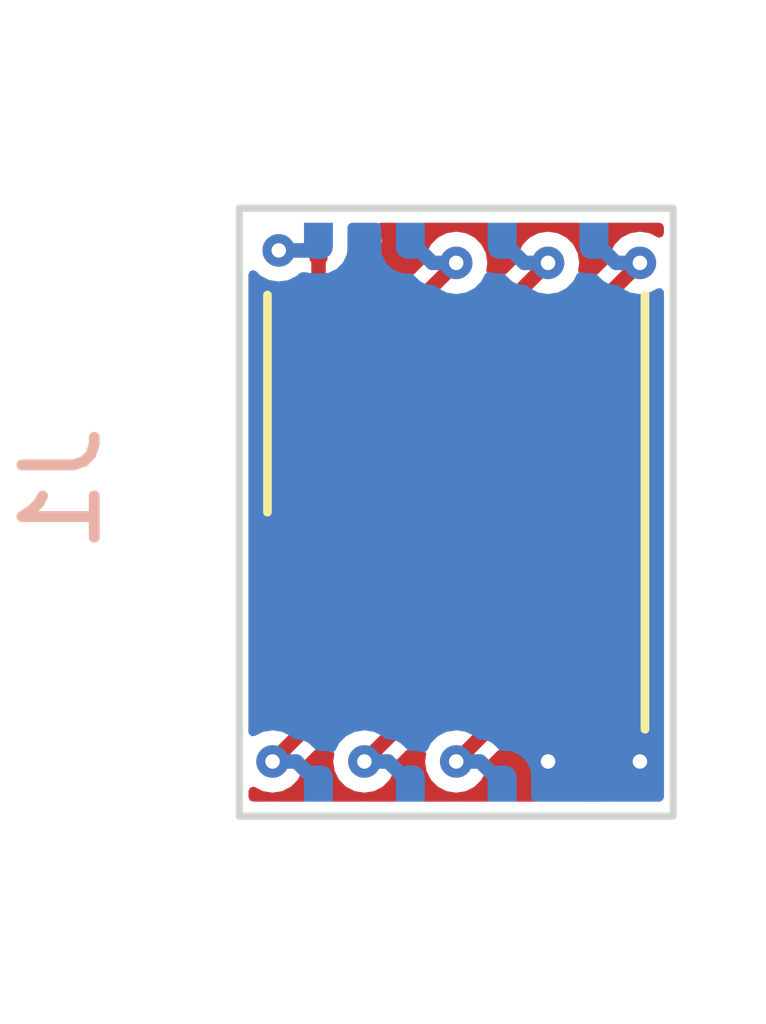
<source format=kicad_pcb>
(kicad_pcb (version 20211014) (generator pcbnew)
  (layers (0 "F.Cu" signal) (1 "In1.Cu" signal) (2 "In2.Cu" signal) (31 "B.Cu" signal) (34 "B.Paste" user) (35 "F.Paste" user) (36 "B.SilkS" user "B.Silkscreen") (37 "F.SilkS" user "F.Silkscreen") (38 "B.Mask" user) (39 "F.Mask" user) (44 "Edge.Cuts" user))
  (net 0 "")
  (net 1 "/VCC")
  (net 2 "GND")
  (net 3 "/~{CS}")
  (net 4 "/DO{slash}IO1")
  (net 5 "/IO2")
  (net 6 "/DI{slash}IO0")
  (net 7 "/CLK")
  (net 8 "/IO3")
  (footprint "wson-adapter:C_0201_0603Metric" (layer "F.Cu") (at 151.369 100.379)
    (fp_text reference "C1" hide)
    (fp_text value "0.1uF")
    (pad "1" smd roundrect (at -0.275 0) (size 0.25 0.35) (layers "F.Cu" "F.Mask") (net 1 "/VCC"))
    (pad "2" smd roundrect (at 0.275 0) (size 0.25 0.35) (layers "F.Cu" "F.Mask") (net 2 "GND"))
  )
  (footprint "Package_SON:WSON-8-1EP_6x5mm_P1.27mm_EP3.4x4.3mm" (layer "F.Cu") (at 152.998 103.996 90)
    (fp_text reference "U1" hide)
    (fp_text value "W25Q32JVZP")
    (fp_line (start -3 2.61) (end 3 2.61) (layer "F.SilkS") (width 0.12))
    (fp_line (start 0 -2.61) (end 3 -2.61) (layer "F.SilkS") (width 0.12))
    (pad "1" smd roundrect locked (at -2.7 -1.905 90) (size 0.75 0.5) (layers "F.Cu" "F.Paste" "F.Mask") (net 3 "/~{CS}"))
    (pad "2" smd roundrect locked (at -2.7 -0.635 90) (size 0.75 0.5) (layers "F.Cu" "F.Paste" "F.Mask") (net 4 "/DO{slash}IO1"))
    (pad "3" smd roundrect locked (at -2.7 0.635 90) (size 0.75 0.5) (layers "F.Cu" "F.Paste" "F.Mask") (net 5 "/IO2"))
    (pad "4" smd roundrect locked (at -2.7 1.905 90) (size 0.75 0.5) (layers "F.Cu" "F.Paste" "F.Mask") (net 2 "GND"))
    (pad "5" smd roundrect locked (at 2.7 1.905 90) (size 0.75 0.5) (layers "F.Cu" "F.Paste" "F.Mask") (net 6 "/DI{slash}IO0"))
    (pad "6" smd roundrect locked (at 2.7 0.635 90) (size 0.75 0.5) (layers "F.Cu" "F.Paste" "F.Mask") (net 7 "/CLK"))
    (pad "7" smd roundrect locked (at 2.7 -0.635 90) (size 0.75 0.5) (layers "F.Cu" "F.Paste" "F.Mask") (net 8 "/IO3"))
    (pad "8" smd roundrect locked (at 2.7 -1.905 90) (size 0.75 0.5) (layers "F.Cu" "F.Paste" "F.Mask") (net 1 "/VCC"))
    (pad "9" smd rect locked (at 0 0 90) (size 3.4 4.3) (layers "F.Cu" "F.Mask") (net 2 "GND"))
  )
  (footprint "wson-adapter:WSON8_6x8mm_Pad" (layer "B.Cu") (at 152.998 103.996 -90)
    (fp_text reference "J1" (at -0.32 5.46 90 unlocked) (layer "B.SilkS") (effects (justify mirror)))
    (fp_text value "WSON_6x8mm_Pad")
    (pad "1" smd roundrect (at 3.75 1.905 90) (size 0.5 0.4) (layers "B.Cu" "B.Mask") (roundrect_rratio 0.4) (chamfer_ratio 0) (chamfer top_left bottom_left) (net 3 "/~{CS}"))
    (pad "2" smd roundrect (at 3.75 0.635 90) (size 0.5 0.4) (layers "B.Cu" "B.Mask") (roundrect_rratio 0.4) (chamfer_ratio 0) (chamfer top_left bottom_left) (net 4 "/DO{slash}IO1"))
    (pad "3" smd roundrect (at 3.75 -0.635 90) (size 0.5 0.4) (layers "B.Cu" "B.Mask") (roundrect_rratio 0.4) (chamfer_ratio 0) (chamfer top_left bottom_left) (net 5 "/IO2"))
    (pad "4" smd roundrect (at 3.75 -1.905 90) (size 0.5 0.4) (layers "B.Cu" "B.Mask") (roundrect_rratio 0.4) (chamfer_ratio 0) (chamfer top_left bottom_left) (net 2 "GND"))
    (pad "5" smd roundrect (at -3.75 -1.905 270) (size 0.5 0.4) (layers "B.Cu" "B.Mask") (roundrect_rratio 0.4) (chamfer_ratio 0) (chamfer top_left bottom_left) (net 6 "/DI{slash}IO0"))
    (pad "6" smd roundrect (at -3.75 -0.635 270) (size 0.5 0.4) (layers "B.Cu" "B.Mask") (roundrect_rratio 0.4) (chamfer_ratio 0) (chamfer top_left bottom_left) (net 7 "/CLK"))
    (pad "7" smd roundrect (at -3.75 0.635 270) (size 0.5 0.4) (layers "B.Cu" "B.Mask") (roundrect_rratio 0.4) (chamfer_ratio 0) (chamfer top_left bottom_left) (net 8 "/IO3"))
    (pad "8" smd roundrect (at -3.75 1.905 270) (size 0.5 0.4) (layers "B.Cu" "B.Mask") (roundrect_rratio 0.4) (chamfer_ratio 0) (chamfer top_left bottom_left) (net 1 "/VCC"))
    (pad "9" smd roundrect (at 0 0) (size 4.3 3.4) (layers "B.Cu" "B.Mask") (roundrect_rratio 0.05) (chamfer_ratio 0.2) (chamfer bottom_left) (net 2 "GND"))
  )
  (gr_rect (start 149.998 99.796) (end 155.998 108.196) (layer "Edge.Cuts") (width 0.1) (fill none))
  (segment (start 151.094 100.379) (end 151.094 101.295) (width 0.2) (layer "F.Cu") (net 1))
  (segment (start 151.094 101.295) (end 151.093 101.296) (width 0.2) (layer "F.Cu") (net 1))
  (segment (start 151.094 100.379) (end 150.544 100.379) (width 0.2) (layer "F.Cu") (net 1))
  (via (at 150.544 100.379) (size 0.45) (drill 0.2) (layers "F.Cu" "B.Cu") (net 1))
  (segment (start 150.96 100.379) (end 151.093 100.246) (width 0.2) (layer "B.Cu") (net 1))
  (segment (start 150.544 100.379) (end 150.96 100.379) (width 0.2) (layer "B.Cu") (net 1))
  (segment (start 154.903 106.806) (end 154.268 107.441) (width 0.2) (layer "F.Cu") (net 2))
  (segment (start 154.903 106.696) (end 154.903 106.806) (width 0.2) (layer "F.Cu") (net 2))
  (segment (start 154.903 106.806) (end 155.538 107.441) (width 0.2) (layer "F.Cu") (net 2))
  (via (at 155.538 107.441) (size 0.45) (drill 0.2) (layers "F.Cu" "B.Cu") (net 2))
  (via (at 154.268 107.441) (size 0.45) (drill 0.2) (layers "F.Cu" "B.Cu") (net 2))
  (segment (start 154.598 107.441) (end 154.903 107.746) (width 0.2) (layer "B.Cu") (net 2))
  (segment (start 154.903 107.746) (end 155.233 107.746) (width 0.2) (layer "B.Cu") (net 2))
  (segment (start 155.233 107.746) (end 155.538 107.441) (width 0.2) (layer "B.Cu") (net 2))
  (segment (start 154.268 107.441) (end 154.598 107.441) (width 0.2) (layer "B.Cu") (net 2))
  (segment (start 151.093 106.806) (end 150.458 107.441) (width 0.2) (layer "F.Cu") (net 3))
  (segment (start 151.093 106.696) (end 151.093 106.806) (width 0.2) (layer "F.Cu") (net 3))
  (via (at 150.458 107.441) (size 0.45) (drill 0.2) (layers "F.Cu" "B.Cu") (net 3))
  (segment (start 150.788 107.441) (end 151.093 107.746) (width 0.2) (layer "B.Cu") (net 3))
  (segment (start 150.458 107.441) (end 150.788 107.441) (width 0.2) (layer "B.Cu") (net 3))
  (segment (start 152.363 106.806) (end 151.728 107.441) (width 0.2) (layer "F.Cu") (net 4))
  (segment (start 152.363 106.696) (end 152.363 106.806) (width 0.2) (layer "F.Cu") (net 4))
  (via (at 151.728 107.441) (size 0.45) (drill 0.2) (layers "F.Cu" "B.Cu") (net 4))
  (segment (start 152.058 107.441) (end 152.363 107.746) (width 0.2) (layer "B.Cu") (net 4))
  (segment (start 151.728 107.441) (end 152.058 107.441) (width 0.2) (layer "B.Cu") (net 4))
  (segment (start 153.633 106.696) (end 153.633 106.806) (width 0.2) (layer "F.Cu") (net 5))
  (segment (start 153.633 106.806) (end 152.998 107.441) (width 0.2) (layer "F.Cu") (net 5))
  (via (at 152.998 107.441) (size 0.45) (drill 0.2) (layers "F.Cu" "B.Cu") (net 5))
  (segment (start 153.328 107.441) (end 153.633 107.746) (width 0.2) (layer "B.Cu") (net 5))
  (segment (start 152.998 107.441) (end 153.328 107.441) (width 0.2) (layer "B.Cu") (net 5))
  (segment (start 154.903 101.186) (end 155.538 100.551) (width 0.2) (layer "F.Cu") (net 6))
  (segment (start 154.903 101.296) (end 154.903 101.186) (width 0.2) (layer "F.Cu") (net 6))
  (via (at 155.538 100.551) (size 0.45) (drill 0.2) (layers "F.Cu" "B.Cu") (net 6))
  (segment (start 155.538 100.551) (end 155.208 100.551) (width 0.2) (layer "B.Cu") (net 6))
  (segment (start 155.208 100.551) (end 154.903 100.246) (width 0.2) (layer "B.Cu") (net 6))
  (segment (start 153.633 101.186) (end 154.268 100.551) (width 0.2) (layer "F.Cu") (net 7))
  (segment (start 153.633 101.296) (end 153.633 101.186) (width 0.2) (layer "F.Cu") (net 7))
  (via (at 154.268 100.551) (size 0.45) (drill 0.2) (layers "F.Cu" "B.Cu") (net 7))
  (segment (start 153.938 100.551) (end 153.633 100.246) (width 0.2) (layer "B.Cu") (net 7))
  (segment (start 154.268 100.551) (end 153.938 100.551) (width 0.2) (layer "B.Cu") (net 7))
  (segment (start 152.363 101.186) (end 152.998 100.551) (width 0.2) (layer "F.Cu") (net 8))
  (segment (start 152.363 101.296) (end 152.363 101.186) (width 0.2) (layer "F.Cu") (net 8))
  (via (at 152.998 100.551) (size 0.45) (drill 0.2) (layers "F.Cu" "B.Cu") (net 8))
  (segment (start 152.998 100.551) (end 152.668 100.551) (width 0.2) (layer "B.Cu") (net 8))
  (segment (start 152.668 100.551) (end 152.363 100.246) (width 0.2) (layer "B.Cu") (net 8))
  (zone (net 2) (net_name "GND") (layers "F.Cu" "In1.Cu" "In2.Cu" "B.Cu") (connect_pads yes (clearance 0.127)) (min_thickness 0.127) (fill yes (thermal_gap 0.2) (thermal_bridge_width 0.2))
    (polygon (pts (xy 156.998 107.996) (xy 148.998 107.996) (xy 148.998 99.996) (xy 156.998 99.996)))
  )
)
</source>
